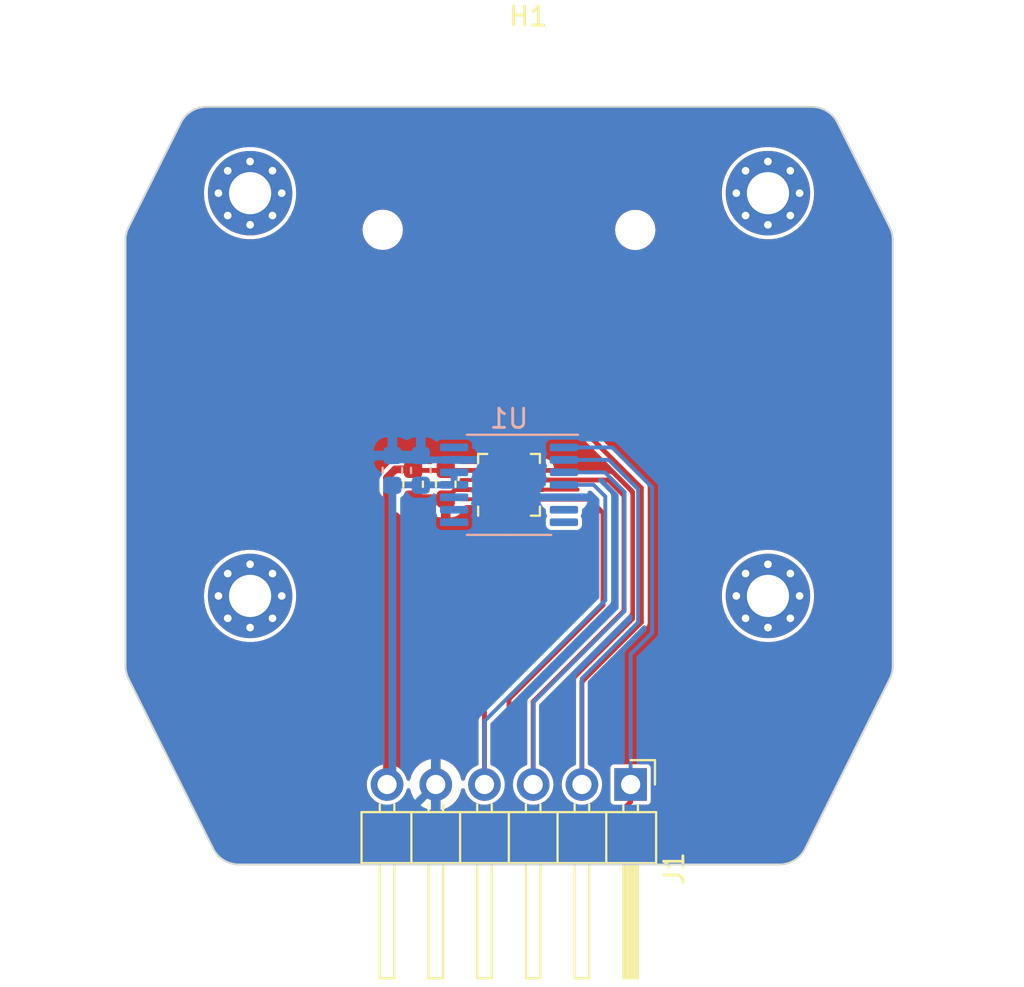
<source format=kicad_pcb>
(kicad_pcb (version 20221018) (generator pcbnew)
  (layers (0 "F.Cu" signal) (31 "B.Cu" signal) (34 "B.Paste" user) (35 "F.Paste" user) (36 "B.SilkS" user "B.Silkscreen") (37 "F.SilkS" user "F.Silkscreen") (38 "B.Mask" user) (39 "F.Mask" user) (44 "Edge.Cuts" user))
  (net 0 "")
  (net 1 "+3V3")
  (net 2 "GND")
  (net 3 "/CHASSIS")
  (net 10 "/MOSI")
  (net 11 "/MISO")
  (net 12 "/CLK")
  (net 13 "/nCS")
  (net 14 "unconnected-(U2-A-Pad2)")
  (net 15 "unconnected-(U2-Z-Pad3)")
  (net 16 "unconnected-(U2-B-Pad6)")
  (net 17 "unconnected-(U2-PWM-Pad9)")
  (net 18 "unconnected-(U2-MGL-Pad11)")
  (net 19 "unconnected-(U2-NC-Pad14)")
  (net 20 "unconnected-(U2-MGH-Pad16)")
  (net 21 "unconnected-(U2-SSD-Pad1)")
  (footprint "rev-7-footprints:board-def-rev7.3" (layer "F.Cu") (at 100 100)
    (fp_text reference "H1" (at 1 -19.5 unlocked) (layer "F.SilkS"))
    (fp_text value "MountingHole_Pad")
    (fp_line (start -19.992635 14.384011) (end -19.992633 -7.822813) (stroke (width 0.1)) (layer "Edge.Cuts"))
    (fp_line (start -19.835295 15.03887) (end -15.424491 23.891977) (stroke (width 0.1)) (layer "Edge.Cuts"))
    (fp_line (start -19.834268 -8.493638) (end -17.107215 -13.947739) (stroke (width 0.1)) (layer "Edge.Cuts"))
    (fp_line (start 14.096624 24.723071) (end -14.081896 24.723068) (stroke (width 0.1)) (layer "Edge.Cuts"))
    (fp_line (start 15.780323 -14.776917) (end -15.765575 -14.776917) (stroke (width 0.1)) (layer "Edge.Cuts"))
    (fp_line (start 19.849001 -8.493635) (end 17.121949 -13.947736) (stroke (width 0.1)) (layer "Edge.Cuts"))
    (fp_line (start 19.850025 15.038873) (end 15.439218 23.89198) (stroke (width 0.1)) (layer "Edge.Cuts"))
    (fp_line (start 20.007364 14.384014) (end 20.007366 -7.822779) (stroke (width 0.1)) (layer "Edge.Cuts"))
    (fp_arc (start -19.992633 -7.822813) (mid -19.952509 -8.167446) (end -19.834268 -8.493638) (stroke (width 0.1)) (layer "Edge.Cuts"))
    (fp_arc (start -19.835295 15.03887) (mid -19.951189 14.720384) (end -19.992635 14.384011) (stroke (width 0.1)) (layer "Edge.Cuts"))
    (fp_arc (start -17.107215 -13.947739) (mid -16.554183 -14.552913) (end -15.765575 -14.776917) (stroke (width 0.1)) (layer "Edge.Cuts"))
    (fp_arc (start -14.081896 24.723068) (mid -14.871403 24.498486) (end -15.424491 23.891977) (stroke (width 0.1)) (layer "Edge.Cuts"))
    (fp_arc (start 15.439218 23.89198) (mid 14.886125 24.498478) (end 14.096624 24.723071) (stroke (width 0.1)) (layer "Edge.Cuts"))
    (fp_arc (start 15.780309 -14.776914) (mid 16.568918 -14.552897) (end 17.121949 -13.947736) (stroke (width 0.1)) (layer "Edge.Cuts"))
    (fp_arc (start 19.849001 -8.493635) (mid 19.967236 -8.167426) (end 20.007366 -7.822779) (stroke (width 0.1)) (layer "Edge.Cuts"))
    (fp_arc (start 20.007364 14.384014) (mid 19.965932 14.720391) (end 19.850025 15.038873) (stroke (width 0.1)) (layer "Edge.Cuts"))
    (pad "" np_thru_hole circle (at -6.584992 -8.367303) (size 1.6 1.6) (drill 1.6) (layers "F&B.Cu" "*.Mask"))
    (pad "" np_thru_hole circle (at 6.582652 -8.359271) (size 1.6 1.6) (drill 1.6) (layers "F&B.Cu" "*.Mask"))
    (pad "1" thru_hole circle (at -15.15 -10.276921) (size 0.7 0.7) (drill 0.4) (layers "*.Cu" "*.Mask") (net 3 "/CHASSIS"))
    (pad "1" thru_hole circle (at -15.15 10.723079) (size 0.7 0.7) (drill 0.4) (layers "*.Cu" "*.Mask") (net 3 "/CHASSIS"))
    (pad "1" thru_hole circle (at -14.666726 -11.443647) (size 0.7 0.7) (drill 0.4) (layers "*.Cu" "*.Mask") (net 3 "/CHASSIS"))
    (pad "1" thru_hole circle (at -14.666726 -9.110195) (size 0.7 0.7) (drill 0.4) (layers "*.Cu" "*.Mask") (net 3 "/CHASSIS"))
    (pad "1" thru_hole circle (at -14.666726 9.556353) (size 0.7 0.7) (drill 0.4) (layers "*.Cu" "*.Mask") (net 3 "/CHASSIS"))
    (pad "1" thru_hole circle (at -14.666726 11.889805) (size 0.7 0.7) (drill 0.4) (layers "*.Cu" "*.Mask") (net 3 "/CHASSIS"))
    (pad "1" thru_hole circle (at -13.5 -11.926921) (size 0.7 0.7) (drill 0.4) (layers "*.Cu" "*.Mask") (net 3 "/CHASSIS"))
    (pad "1" thru_hole circle (at -13.5 -10.276921) (size 4.4 4.4) (drill 2.2) (layers "*.Cu" "*.Mask") (net 3 "/CHASSIS"))
    (pad "1" thru_hole circle (at -13.5 -8.626921) (size 0.7 0.7) (drill 0.4) (layers "*.Cu" "*.Mask") (net 3 "/CHASSIS"))
    (pad "1" thru_hole circle (at -13.5 9.073079) (size 0.7 0.7) (drill 0.4) (layers "*.Cu" "*.Mask") (net 3 "/CHASSIS"))
    (pad "1" thru_hole circle (at -13.5 10.723079) (size 4.4 4.4) (drill 2.2) (layers "*.Cu" "*.Mask") (net 3 "/CHASSIS"))
    (pad "1" thru_hole circle (at -13.5 12.373079) (size 0.7 0.7) (drill 0.4) (layers "*.Cu" "*.Mask") (net 3 "/CHASSIS"))
    (pad "1" thru_hole circle (at -12.333274 -11.443647) (size 0.7 0.7) (drill 0.4) (layers "*.Cu" "*.Mask") (net 3 "/CHASSIS"))
    (pad "1" thru_hole circle (at -12.333274 -9.110195) (size 0.7 0.7) (drill 0.4) (layers "*.Cu" "*.Mask") (net 3 "/CHASSIS"))
    (pad "1" thru_hole circle (at -12.333274 9.556353) (size 0.7 0.7) (drill 0.4) (layers "*.Cu" "*.Mask") (net 3 "/CHASSIS"))
    (pad "1" thru_hole circle (at -12.333274 11.889805) (size 0.7 0.7) (drill 0.4) (layers "*.Cu" "*.Mask") (net 3 "/CHASSIS"))
    (pad "1" thru_hole circle (at -11.85 -10.276921) (size 0.7 0.7) (drill 0.4) (layers "*.Cu" "*.Mask") (net 3 "/CHASSIS"))
    (pad "1" thru_hole circle (at -11.85 10.723079) (size 0.7 0.7) (drill 0.4) (layers "*.Cu" "*.Mask") (net 3 "/CHASSIS"))
    (pad "1" thru_hole circle (at 11.85 -10.276921) (size 0.7 0.7) (drill 0.4) (layers "*.Cu" "*.Mask") (net 3 "/CHASSIS"))
    (pad "1" thru_hole circle (at 11.85 10.723079) (size 0.7 0.7) (drill 0.4) (layers "*.Cu" "*.Mask") (net 3 "/CHASSIS"))
    (pad "1" thru_hole circle (at 12.333274 -11.443647) (size 0.7 0.7) (drill 0.4) (layers "*.Cu" "*.Mask") (net 3 "/CHASSIS"))
    (pad "1" thru_hole circle (at 12.333274 -9.110195) (size 0.7 0.7) (drill 0.4) (layers "*.Cu" "*.Mask") (net 3 "/CHASSIS"))
    (pad "1" thru_hole circle (at 12.333274 9.556353) (size 0.7 0.7) (drill 0.4) (layers "*.Cu" "*.Mask") (net 3 "/CHASSIS"))
    (pad "1" thru_hole circle (at 12.333274 11.889805) (size 0.7 0.7) (drill 0.4) (layers "*.Cu" "*.Mask") (net 3 "/CHASSIS"))
    (pad "1" thru_hole circle (at 13.5 -11.926921) (size 0.7 0.7) (drill 0.4) (layers "*.Cu" "*.Mask") (net 3 "/CHASSIS"))
    (pad "1" thru_hole circle (at 13.5 -10.276921) (size 4.4 4.4) (drill 2.2) (layers "*.Cu" "*.Mask") (net 3 "/CHASSIS"))
    (pad "1" thru_hole circle (at 13.5 -8.626921) (size 0.7 0.7) (drill 0.4) (layers "*.Cu" "*.Mask") (net 3 "/CHASSIS"))
    (pad "1" thru_hole circle (at 13.5 9.073079) (size 0.7 0.7) (drill 0.4) (layers "*.Cu" "*.Mask") (net 3 "/CHASSIS"))
    (pad "1" thru_hole circle (at 13.5 10.723079) (size 4.4 4.4) (drill 2.2) (layers "*.Cu" "*.Mask") (net 3 "/CHASSIS"))
    (pad "1" thru_hole circle (at 13.5 12.373079) (size 0.7 0.7) (drill 0.4) (layers "*.Cu" "*.Mask") (net 3 "/CHASSIS"))
    (pad "1" thru_hole circle (at 14.666726 -11.443647) (size 0.7 0.7) (drill 0.4) (layers "*.Cu" "*.Mask") (net 3 "/CHASSIS"))
    (pad "1" thru_hole circle (at 14.666726 -9.110195) (size 0.7 0.7) (drill 0.4) (layers "*.Cu" "*.Mask") (net 3 "/CHASSIS"))
    (pad "1" thru_hole circle (at 14.666726 9.556353) (size 0.7 0.7) (drill 0.4) (layers "*.Cu" "*.Mask") (net 3 "/CHASSIS"))
    (pad "1" thru_hole circle (at 14.666726 11.889805) (size 0.7 0.7) (drill 0.4) (layers "*.Cu" "*.Mask") (net 3 "/CHASSIS"))
    (pad "1" thru_hole circle (at 15.15 -10.276921) (size 0.7 0.7) (drill 0.4) (layers "*.Cu" "*.Mask") (net 3 "/CHASSIS"))
    (pad "1" thru_hole circle (at 15.15 10.723079) (size 0.7 0.7) (drill 0.4) (layers "*.Cu" "*.Mask") (net 3 "/CHASSIS"))
  )
  (footprint "Package_DFN_QFN:QFN-16-1EP_3x3mm_P0.5mm_EP1.75x1.75mm" (layer "F.Cu") (at 100 104.93 90)
    (fp_text reference "U2" hide)
    (fp_text value "MA730")
    (fp_line (start -1.61 1.61) (end -1.61 1.135) (stroke (width 0.12)) (layer "F.SilkS"))
    (fp_line (start -1.135 -1.61) (end -1.61 -1.61) (stroke (width 0.12)) (layer "F.SilkS"))
    (fp_line (start -1.135 1.61) (end -1.61 1.61) (stroke (width 0.12)) (layer "F.SilkS"))
    (fp_line (start 1.135 -1.61) (end 1.61 -1.61) (stroke (width 0.12)) (layer "F.SilkS"))
    (fp_line (start 1.135 1.61) (end 1.61 1.61) (stroke (width 0.12)) (layer "F.SilkS"))
    (fp_line (start 1.61 -1.61) (end 1.61 -1.135) (stroke (width 0.12)) (layer "F.SilkS"))
    (fp_line (start 1.61 1.61) (end 1.61 1.135) (stroke (width 0.12)) (layer "F.SilkS"))
    (pad "1" smd roundrect (at -1.4625 -0.75 90) (size 0.775 0.25) (layers "F.Cu" "F.Paste" "F.Mask") (net 21 "unconnected-(U2-SSD-Pad1)"))
    (pad "2" smd roundrect (at -1.4625 -0.25 90) (size 0.775 0.25) (layers "F.Cu" "F.Paste" "F.Mask") (net 14 "unconnected-(U2-A-Pad2)"))
    (pad "3" smd roundrect (at -1.4625 0.25 90) (size 0.775 0.25) (layers "F.Cu" "F.Paste" "F.Mask") (net 15 "unconnected-(U2-Z-Pad3)"))
    (pad "4" smd roundrect (at -1.4625 0.75 90) (size 0.775 0.25) (layers "F.Cu" "F.Paste" "F.Mask") (net 10 "/MOSI"))
    (pad "5" smd roundrect (at -0.75 1.4625 90) (size 0.25 0.775) (layers "F.Cu" "F.Paste" "F.Mask") (net 13 "/nCS"))
    (pad "6" smd roundrect (at -0.25 1.4625 90) (size 0.25 0.775) (layers "F.Cu" "F.Paste" "F.Mask") (net 16 "unconnected-(U2-B-Pad6)"))
    (pad "7" smd roundrect (at 0.25 1.4625 90) (size 0.25 0.775) (layers "F.Cu" "F.Paste" "F.Mask") (net 11 "/MISO"))
    (pad "8" smd roundrect (at 0.75 1.4625 90) (size 0.25 0.775) (layers "F.Cu" "F.Paste" "F.Mask") (net 2 "GND"))
    (pad "9" smd roundrect (at 1.4625 0.75 90) (size 0.775 0.25) (layers "F.Cu" "F.Paste" "F.Mask") (net 17 "unconnected-(U2-PWM-Pad9)"))
    (pad "10" smd roundrect (at 1.4625 0.25 90) (size 0.775 0.25) (layers "F.Cu" "F.Paste" "F.Mask") (net 2 "GND"))
    (pad "11" smd roundrect (at 1.4625 -0.25 90) (size 0.775 0.25) (layers "F.Cu" "F.Paste" "F.Mask") (net 18 "unconnected-(U2-MGL-Pad11)"))
    (pad "12" smd roundrect (at 1.4625 -0.75 90) (size 0.775 0.25) (layers "F.Cu" "F.Paste" "F.Mask") (net 12 "/CLK"))
    (pad "13" smd roundrect (at 0.75 -1.4625 90) (size 0.25 0.775) (layers "F.Cu" "F.Paste" "F.Mask") (net 1 "+3V3"))
    (pad "14" smd roundrect (at 0.25 -1.4625 90) (size 0.25 0.775) (layers "F.Cu" "F.Paste" "F.Mask") (net 19 "unconnected-(U2-NC-Pad14)"))
    (pad "15" smd roundrect (at -0.25 -1.4625 90) (size 0.25 0.775) (layers "F.Cu" "F.Paste" "F.Mask") (net 2 "GND"))
    (pad "16" smd roundrect (at -0.75 -1.4625 90) (size 0.25 0.775) (layers "F.Cu" "F.Paste" "F.Mask") (net 20 "unconnected-(U2-MGH-Pad16)"))
    (pad "17" smd rect (at 0 0 90) (size 1.65 1.65) (layers "F.Cu" "F.Mask") (net 2 "GND"))
  )
  (footprint "Capacitor_SMD:C_0603_1608Metric" (layer "F.Cu") (at 96.7 104.9 -90)
    (fp_text reference "C4" hide)
    (fp_text value "100n")
    (fp_line (start -0.14058 -0.51) (end 0.14058 -0.51) (stroke (width 0.12)) (layer "F.SilkS"))
    (fp_line (start -0.14058 0.51) (end 0.14058 0.51) (stroke (width 0.12)) (layer "F.SilkS"))
    (pad "1" smd roundrect (at -0.775 0 270) (size 0.9 0.95) (layers "F.Cu" "F.Paste" "F.Mask") (net 1 "+3V3"))
    (pad "2" smd roundrect (at 0.775 0 270) (size 0.9 0.95) (layers "F.Cu" "F.Paste" "F.Mask") (net 2 "GND"))
  )
  (footprint "Connector_PinHeader_2.54mm:PinHeader_1x06_P2.54mm_Horizontal" (layer "F.Cu") (at 106.34 120.555 -90)
    (fp_text reference "J1" (at 4.385 -2.27 90) (layer "F.SilkS"))
    (fp_text value "Conn_01x08")
    (fp_line (start -1.27 -1.27) (end 0 -1.27) (stroke (width 0.12)) (layer "F.SilkS"))
    (fp_line (start -1.27 0) (end -1.27 -1.27) (stroke (width 0.12)) (layer "F.SilkS"))
    (fp_line (start 1.042929 2.16) (end 1.44 2.16) (stroke (width 0.12)) (layer "F.SilkS"))
    (fp_line (start 1.042929 2.92) (end 1.44 2.92) (stroke (width 0.12)) (layer "F.SilkS"))
    (fp_line (start 1.042929 4.7) (end 1.44 4.7) (stroke (width 0.12)) (layer "F.SilkS"))
    (fp_line (start 1.042929 5.46) (end 1.44 5.46) (stroke (width 0.12)) (layer "F.SilkS"))
    (fp_line (start 1.042929 7.24) (end 1.44 7.24) (stroke (width 0.12)) (layer "F.SilkS"))
    (fp_line (start 1.042929 8) (end 1.44 8) (stroke (width 0.12)) (layer "F.SilkS"))
    (fp_line (start 1.042929 9.78) (end 1.44 9.78) (stroke (width 0.12)) (layer "F.SilkS"))
    (fp_line (start 1.042929 10.54) (end 1.44 10.54) (stroke (width 0.12)) (layer "F.SilkS"))
    (fp_line (start 1.042929 12.32) (end 1.44 12.32) (stroke (width 0.12)) (layer "F.SilkS"))
    (fp_line (start 1.042929 13.08) (end 1.44 13.08) (stroke (width 0.12)) (layer "F.SilkS"))
    (fp_line (start 1.11 -0.38) (end 1.44 -0.38) (stroke (width 0.12)) (layer "F.SilkS"))
    (fp_line (start 1.11 0.38) (end 1.44 0.38) (stroke (width 0.12)) (layer "F.SilkS"))
    (fp_line (start 1.44 -1.33) (end 1.44 14.03) (stroke (width 0.12)) (layer "F.SilkS"))
    (fp_line (start 1.44 1.27) (end 4.1 1.27) (stroke (width 0.12)) (layer "F.SilkS"))
    (fp_line (start 1.44 3.81) (end 4.1 3.81) (stroke (width 0.12)) (layer "F.SilkS"))
    (fp_line (start 1.44 6.35) (end 4.1 6.35) (stroke (width 0.12)) (layer "F.SilkS"))
    (fp_line (start 1.44 8.89) (end 4.1 8.89) (stroke (width 0.12)) (layer "F.SilkS"))
    (fp_line (start 1.44 11.43) (end 4.1 11.43) (stroke (width 0.12)) (layer "F.SilkS"))
    (fp_line (start 1.44 14.03) (end 4.1 14.03) (stroke (width 0.12)) (layer "F.SilkS"))
    (fp_line (start 4.1 -1.33) (end 1.44 -1.33) (stroke (width 0.12)) (layer "F.SilkS"))
    (fp_line (start 4.1 -0.38) (end 10.1 -0.38) (stroke (width 0.12)) (layer "F.SilkS"))
    (fp_line (start 4.1 -0.32) (end 10.1 -0.32) (stroke (width 0.12)) (layer "F.SilkS"))
    (fp_line (start 4.1 -0.2) (end 10.1 -0.2) (stroke (width 0.12)) (layer "F.SilkS"))
    (fp_line (start 4.1 -0.08) (end 10.1 -0.08) (stroke (width 0.12)) (layer "F.SilkS"))
    (fp_line (start 4.1 0.04) (end 10.1 0.04) (stroke (width 0.12)) (layer "F.SilkS"))
    (fp_line (start 4.1 0.16) (end 10.1 0.16) (stroke (width 0.12)) (layer "F.SilkS"))
    (fp_line (start 4.1 0.28) (end 10.1 0.28) (stroke (width 0.12)) (layer "F.SilkS"))
    (fp_line (start 4.1 2.16) (end 10.1 2.16) (stroke (width 0.12)) (layer "F.SilkS"))
    (fp_line (start 4.1 4.7) (end 10.1 4.7) (stroke (width 0.12)) (layer "F.SilkS"))
    (fp_line (start 4.1 7.24) (end 10.1 7.24) (stroke (width 0.12)) (layer "F.SilkS"))
    (fp_line (start 4.1 9.78) (end 10.1 9.78) (stroke (width 0.12)) (layer "F.SilkS"))
    (fp_line (start 4.1 12.32) (end 10.1 12.32) (stroke (width 0.12)) (layer "F.SilkS"))
    (fp_line (start 4.1 14.03) (end 4.1 -1.33) (stroke (width 0.12)) (layer "F.SilkS"))
    (fp_line (start 10.1 -0.38) (end 10.1 0.38) (stroke (width 0.12)) (layer "F.SilkS"))
    (fp_line (start 10.1 0.38) (end 4.1 0.38) (stroke (width 0.12)) (layer "F.SilkS"))
    (fp_line (start 10.1 2.16) (end 10.1 2.92) (stroke (width 0.12)) (layer "F.SilkS"))
    (fp_line (start 10.1 2.92) (end 4.1 2.92) (stroke (width 0.12)) (layer "F.SilkS"))
    (fp_line (start 10.1 4.7) (end 10.1 5.46) (stroke (width 0.12)) (layer "F.SilkS"))
    (fp_line (start 10.1 5.46) (end 4.1 5.46) (stroke (width 0.12)) (layer "F.SilkS"))
    (fp_line (start 10.1 7.24) (end 10.1 8) (stroke (width 0.12)) (layer "F.SilkS"))
    (fp_line (start 10.1 8) (end 4.1 8) (stroke (width 0.12)) (layer "F.SilkS"))
    (fp_line (start 10.1 9.78) (end 10.1 10.54) (stroke (width 0.12)) (layer "F.SilkS"))
    (fp_line (start 10.1 10.54) (end 4.1 10.54) (stroke (width 0.12)) (layer "F.SilkS"))
    (fp_line (start 10.1 12.32) (end 10.1 13.08) (stroke (width 0.12)) (layer "F.SilkS"))
    (fp_line (start 10.1 13.08) (end 4.1 13.08) (stroke (width 0.12)) (layer "F.SilkS"))
    (pad "1" thru_hole rect (at 0 0 270) (size 1.7 1.7) (drill 1) (layers "*.Cu" "*.Mask") (net 13 "/nCS"))
    (pad "2" thru_hole oval (at 0 2.54 270) (size 1.7 1.7) (drill 1) (layers "*.Cu" "*.Mask") (net 12 "/CLK"))
    (pad "3" thru_hole oval (at 0 5.08 270) (size 1.7 1.7) (drill 1) (layers "*.Cu" "*.Mask") (net 11 "/MISO"))
    (pad "4" thru_hole oval (at 0 7.62 270) (size 1.7 1.7) (drill 1) (layers "*.Cu" "*.Mask") (net 10 "/MOSI"))
    (pad "5" thru_hole oval (at 0 10.16 270) (size 1.7 1.7) (drill 1) (layers "*.Cu" "*.Mask") (net 2 "GND"))
    (pad "6" thru_hole oval (at 0 12.7 270) (size 1.7 1.7) (drill 1) (layers "*.Cu" "*.Mask") (net 1 "+3V3"))
  )
  (footprint "Capacitor_SMD:C_0603_1608Metric" (layer "F.Cu") (at 95 104.9 -90)
    (fp_text reference "C3" hide)
    (fp_text value "4.7u")
    (fp_line (start -0.14058 -0.51) (end 0.14058 -0.51) (stroke (width 0.12)) (layer "F.SilkS"))
    (fp_line (start -0.14058 0.51) (end 0.14058 0.51) (stroke (width 0.12)) (layer "F.SilkS"))
    (pad "1" smd roundrect (at -0.775 0 270) (size 0.9 0.95) (layers "F.Cu" "F.Paste" "F.Mask") (net 1 "+3V3"))
    (pad "2" smd roundrect (at 0.775 0 270) (size 0.9 0.95) (layers "F.Cu" "F.Paste" "F.Mask") (net 2 "GND"))
  )
  (footprint "Capacitor_SMD:C_0603_1608Metric" (layer "B.Cu") (at 93.92 104.18 90)
    (fp_text reference "C2" hide)
    (fp_text value "4.7u")
    (fp_line (start -0.14058 -0.51) (end 0.14058 -0.51) (stroke (width 0.12)) (layer "B.SilkS"))
    (fp_line (start -0.14058 0.51) (end 0.14058 0.51) (stroke (width 0.12)) (layer "B.SilkS"))
    (pad "1" smd roundrect (at -0.775 0 90) (size 0.9 0.95) (layers "B.Cu" "B.Paste" "B.Mask") (net 1 "+3V3"))
    (pad "2" smd roundrect (at 0.775 0 90) (size 0.9 0.95) (layers "B.Cu" "B.Paste" "B.Mask") (net 2 "GND"))
  )
  (footprint "Capacitor_SMD:C_0603_1608Metric" (layer "B.Cu") (at 95.4 104.18 90)
    (fp_text reference "C1" hide)
    (fp_text value "100n")
    (fp_line (start -0.14058 -0.51) (end 0.14058 -0.51) (stroke (width 0.12)) (layer "B.SilkS"))
    (fp_line (start -0.14058 0.51) (end 0.14058 0.51) (stroke (width 0.12)) (layer "B.SilkS"))
    (pad "1" smd roundrect (at -0.775 0 90) (size 0.9 0.95) (layers "B.Cu" "B.Paste" "B.Mask") (net 1 "+3V3"))
    (pad "2" smd roundrect (at 0.775 0 90) (size 0.9 0.95) (layers "B.Cu" "B.Paste" "B.Mask") (net 2 "GND"))
  )
  (footprint "Package_SO:TSSOP-14_4.4x5mm_P0.65mm" (layer "B.Cu") (at 100 104.93 180)
    (fp_text reference "U1" (at 0 3.45) (layer "B.SilkS") (effects (justify mirror)))
    (fp_text value "AS5047P")
    (fp_line (start 0 -2.61) (end -2.2 -2.61) (stroke (width 0.12)) (layer "B.SilkS"))
    (fp_line (start 0 -2.61) (end 2.2 -2.61) (stroke (width 0.12)) (layer "B.SilkS"))
    (fp_line (start 0 2.61) (end -3.6 2.61) (stroke (width 0.12)) (layer "B.SilkS"))
    (fp_line (start 0 2.61) (end 2.2 2.61) (stroke (width 0.12)) (layer "B.SilkS"))
    (pad "1" smd roundrect (at -2.8625 1.95 180) (size 1.475 0.4) (layers "B.Cu" "B.Paste" "B.Mask") (net 13 "/nCS"))
    (pad "2" smd roundrect (at -2.8625 1.3 180) (size 1.475 0.4) (layers "B.Cu" "B.Paste" "B.Mask") (net 12 "/CLK"))
    (pad "3" smd roundrect (at -2.8625 0.65 180) (size 1.475 0.4) (layers "B.Cu" "B.Paste" "B.Mask") (net 11 "/MISO"))
    (pad "4" smd roundrect (at -2.8625 0 180) (size 1.475 0.4) (layers "B.Cu" "B.Paste" "B.Mask") (net 10 "/MOSI"))
    (pad "5" smd roundrect (at -2.8625 -0.65 180) (size 1.475 0.4) (layers "B.Cu" "B.Paste" "B.Mask") (net 2 "GND"))
    (pad "6" smd roundrect (at -2.8625 -1.3 180) (size 1.475 0.4) (layers "B.Cu" "B.Paste" "B.Mask"))
    (pad "7" smd roundrect (at -2.8625 -1.95 180) (size 1.475 0.4) (layers "B.Cu" "B.Paste" "B.Mask"))
    (pad "8" smd roundrect (at 2.8625 -1.95 180) (size 1.475 0.4) (layers "B.Cu" "B.Paste" "B.Mask"))
    (pad "9" smd roundrect (at 2.8625 -1.3 180) (size 1.475 0.4) (layers "B.Cu" "B.Paste" "B.Mask"))
    (pad "10" smd roundrect (at 2.8625 -0.65 180) (size 1.475 0.4) (layers "B.Cu" "B.Paste" "B.Mask"))
    (pad "11" smd roundrect (at 2.8625 0 180) (size 1.475 0.4) (layers "B.Cu" "B.Paste" "B.Mask") (net 1 "+3V3"))
    (pad "12" smd roundrect (at 2.8625 0.65 180) (size 1.475 0.4) (layers "B.Cu" "B.Paste" "B.Mask") (net 1 "+3V3"))
    (pad "13" smd roundrect (at 2.8625 1.3 180) (size 1.475 0.4) (layers "B.Cu" "B.Paste" "B.Mask") (net 2 "GND"))
    (pad "14" smd roundrect (at 2.8625 1.95 180) (size 1.475 0.4) (layers "B.Cu" "B.Paste" "B.Mask"))
  )
  (segment (start 93.64 104.56) (end 94.075 104.125) (width 0.4064) (layer "F.Cu") (net 1))
  (segment (start 98.5375 104.18) (end 95.055 104.18) (width 0.254) (layer "F.Cu") (net 1))
  (segment (start 95.055 104.18) (end 95 104.125) (width 0.254) (layer "F.Cu") (net 1))
  (segment (start 94.075 104.125) (end 95 104.125) (width 0.4064) (layer "F.Cu") (net 1))
  (segment (start 93.64 120.555) (end 93.64 104.56) (width 0.4064) (layer "F.Cu") (net 1))
  (segment (start 93.92 120.275) (end 93.64 120.555) (width 0.4064) (layer "B.Cu") (net 1))
  (segment (start 97.1125 104.955) (end 97.1375 104.93) (width 0.25) (layer "B.Cu") (net 1))
  (segment (start 93.92 104.955) (end 93.92 120.275) (width 0.4064) (layer "B.Cu") (net 1))
  (segment (start 97.1375 104.93) (end 93.945 104.93) (width 0.3556) (layer "B.Cu") (net 1))
  (segment (start 97.1375 104.28) (end 97.1375 104.93) (width 0.3556) (layer "B.Cu") (net 1))
  (segment (start 93.945 104.93) (end 93.92 104.955) (width 0.3556) (layer "B.Cu") (net 1))
  (segment (start 96.7 105.675) (end 95 105.675) (width 0.254) (layer "F.Cu") (net 2))
  (segment (start 100.25 103.4675) (end 100.25 104.68) (width 0.254) (layer "F.Cu") (net 2))
  (segment (start 98.5375 105.18) (end 97.195 105.18) (width 0.254) (layer "F.Cu") (net 2))
  (segment (start 99.75 105.18) (end 100 104.93) (width 0.254) (layer "F.Cu") (net 2))
  (segment (start 97.195 105.18) (end 96.7 105.675) (width 0.254) (layer "F.Cu") (net 2))
  (segment (start 100.850475 104.218738) (end 100.269638 104.93) (width 0.254) (layer "F.Cu") (net 2))
  (segment (start 101.4625 104.18) (end 100.850475 104.218738) (width 0.254) (layer "F.Cu") (net 2))
  (segment (start 100.269638 104.93) (end 100 104.93) (width 0.254) (layer "F.Cu") (net 2))
  (segment (start 101.4625 104.18) (end 102.78 104.18) (width 0.2032) (layer "F.Cu") (net 2))
  (segment (start 100.25 103.4675) (end 100.25 102.1) (width 0.2032) (layer "F.Cu") (net 2))
  (segment (start 98.5375 105.18) (end 99.75 105.18) (width 0.254) (layer "F.Cu") (net 2))
  (segment (start 100.25 104.68) (end 100 104.93) (width 0.254) (layer "F.Cu") (net 2))
  (segment (start 104.12 105.58) (end 104.33 105.79) (width 0.2032) (layer "B.Cu") (net 2))
  (segment (start 104.33 105.79) (end 104.33 109.81) (width 0.2032) (layer "B.Cu") (net 2))
  (segment (start 92.07 104.36) (end 93.025 103.405) (width 0.4064) (layer "B.Cu") (net 2))
  (segment (start 92.07 121.07) (end 92.07 104.36) (width 0.4064) (layer "B.Cu") (net 2))
  (segment (start 94.735 122) (end 93 122) (width 0.4064) (layer "B.Cu") (net 2))
  (segment (start 94.145 103.63) (end 93.92 103.405) (width 0.3556) (layer "B.Cu") (net 2))
  (segment (start 96.18 120.555) (end 94.735 122) (width 0.4064) (layer "B.Cu") (net 2))
  (segment (start 93 122) (end 92.07 121.07) (width 0.4064) (layer "B.Cu") (net 2))
  (segment (start 102.8625 105.58) (end 104.12 105.58) (width 0.2032) (layer "B.Cu") (net 2))
  (segment (start 97.1375 103.63) (end 94.145 103.63) (width 0.3556) (layer "B.Cu") (net 2))
  (segment (start 96.18 117.96) (end 96.18 120.555) (width 0.2032) (layer "B.Cu") (net 2))
  (segment (start 104.33 109.81) (end 96.18 117.96) (width 0.2032) (layer "B.Cu") (net 2))
  (segment (start 93.025 103.405) (end 93.92 103.405) (width 0.4064) (layer "B.Cu") (net 2))
  (segment (start 100.75 106.3925) (end 100.75 114.45) (width 0.254) (layer "F.Cu") (net 10))
  (segment (start 98.72 116.48) (end 98.72 120.555) (width 0.254) (layer "F.Cu") (net 10))
  (segment (start 100.75 114.45) (end 98.72 116.48) (width 0.254) (layer "F.Cu") (net 10))
  (segment (start 105.02 105.54) (end 105.02 110.95) (width 0.2032) (layer "B.Cu") (net 10))
  (segment (start 104.41 104.93) (end 105.02 105.54) (width 0.2032) (layer "B.Cu") (net 10))
  (segment (start 105.02 110.95) (end 98.72 117.25) (width 0.2032) (layer "B.Cu") (net 10))
  (segment (start 102.8625 104.93) (end 104.41 104.93) (width 0.2032) (layer "B.Cu") (net 10))
  (segment (start 98.72 117.25) (end 98.72 120.555) (width 0.2032) (layer "B.Cu") (net 10))
  (segment (start 101.26 116.24) (end 101.26 120.555) (width 0.254) (layer "F.Cu") (net 11))
  (segment (start 101.4625 104.68) (end 105.18 104.68) (width 0.254) (layer "F.Cu") (net 11))
  (segment (start 106 111.5) (end 101.26 116.24) (width 0.254) (layer "F.Cu") (net 11))
  (segment (start 105.18 104.68) (end 106 105.5) (width 0.254) (layer "F.Cu") (net 11))
  (segment (start 106 105.5) (end 106 111.5) (width 0.254) (layer "F.Cu") (net 11))
  (segment (start 106.02 111.51) (end 101.26 116.27) (width 0.2032) (layer "B.Cu") (net 11))
  (segment (start 101.26 116.27) (end 101.26 120.555) (width 0.2032) (layer "B.Cu") (net 11))
  (segment (start 106.02 105.3) (end 106.02 111.51) (width 0.2032) (layer "B.Cu") (net 11))
  (segment (start 105 104.28) (end 106.02 105.3) (width 0.2032) (layer "B.Cu") (net 11))
  (segment (start 102.8625 104.28) (end 105 104.28) (width 0.2032) (layer "B.Cu") (net 11))
  (segment (start 106.9 105.1) (end 106.9 112.1) (width 0.254) (layer "F.Cu") (net 12))
  (segment (start 99.25 101.95) (end 99.6 101.6) (width 0.254) (layer "F.Cu") (net 12))
  (segment (start 99.25 103.4675) (end 99.25 101.95) (width 0.254) (layer "F.Cu") (net 12))
  (segment (start 103.4 101.6) (end 106.9 105.1) (width 0.254) (layer "F.Cu") (net 12))
  (segment (start 106.9 112.1) (end 103.8 115.2) (width 0.254) (layer "F.Cu") (net 12))
  (segment (start 103.8 115.2) (end 103.8 120.555) (width 0.254) (layer "F.Cu") (net 12))
  (segment (start 99.6 101.6) (end 103.4 101.6) (width 0.254) (layer "F.Cu") (net 12))
  (segment (start 103.8 115.03) (end 103.8 120.555) (width 0.2032) (layer "B.Cu") (net 12))
  (segment (start 106.73 105.16) (end 106.73 112.1) (width 0.2032) (layer "B.Cu") (net 12))
  (segment (start 102.8625 103.63) (end 105.2 103.63) (width 0.2032) (layer "B.Cu") (net 12))
  (segment (start 106.73 112.1) (end 103.8 115.03) (width 0.2032) (layer "B.Cu") (net 12))
  (segment (start 105.2 103.63) (end 106.73 105.16) (width 0.2032) (layer "B.Cu") (net 12))
  (segment (start 104.9 111.2) (end 100 116.1) (width 0.254) (layer "F.Cu") (net 13))
  (segment (start 100 116.1) (end 100 121.6) (width 0.254) (layer "F.Cu") (net 13))
  (segment (start 104.9 106.4) (end 104.9 111.2) (width 0.254) (layer "F.Cu") (net 13))
  (segment (start 100 121.6) (end 100.9 122.5) (width 0.254) (layer "F.Cu") (net 13))
  (segment (start 105.3 122.5) (end 106.34 121.46) (width 0.254) (layer "F.Cu") (net 13))
  (segment (start 104.18 105.68) (end 104.9 106.4) (width 0.254) (layer "F.Cu") (net 13))
  (segment (start 100.9 122.5) (end 105.3 122.5) (width 0.254) (layer "F.Cu") (net 13))
  (segment (start 101.4625 105.68) (end 104.18 105.68) (width 0.254) (layer "F.Cu") (net 13))
  (segment (start 106.34 121.46) (end 106.34 120.555) (width 0.254) (layer "F.Cu") (net 13))
  (segment (start 102.8625 102.98) (end 105.38 102.98) (width 0.2032) (layer "B.Cu") (net 13))
  (segment (start 105.38 102.98) (end 107.46 105.06) (width 0.2032) (layer "B.Cu") (net 13))
  (segment (start 107.46 112.65) (end 106.34 113.77) (width 0.2032) (layer "B.Cu") (net 13))
  (segment (start 106.34 113.77) (end 106.34 120.555) (width 0.2032) (layer "B.Cu") (net 13))
  (segment (start 107.46 105.06) (end 107.46 112.65) (width 0.2032) (layer "B.Cu") (net 13))
  (segment (start 99.75 106.3925) (end 99.75 107.95) (width 0.2032) (layer "F.Cu") (net 14))
  (segment (start 100.25 106.3925) (end 100.25 107.85) (width 0.2032) (layer "F.Cu") (net 15))
  (segment (start 101.4625 105.18) (end 103.58 105.18) (width 0.2032) (layer "F.Cu") (net 16))
  (segment (start 100.75 103.4675) (end 100.75 102.1) (width 0.2032) (layer "F.Cu") (net 17))
  (segment (start 99.75 103.4675) (end 99.75 102.1) (width 0.2032) (layer "F.Cu") (net 18))
  (segment (start 98.5375 104.68) (end 97.52 104.68) (width 0.2032) (layer "F.Cu") (net 19))
  (segment (start 98.5375 105.68) (end 97.52 105.68) (width 0.2032) (layer "F.Cu") (net 20))
  (segment (start 99.25 106.3925) (end 99.25 107.85) (width 0.2032) (layer "F.Cu") (net 21))
  (zone (net 0) (net_name "") (layer "F.Cu") (connect_pads (clearance 0)) (min_thickness 0.2032)
    (keepout (tracks allowed) (vias allowed) (pads allowed) (copperpour not_allowed) (footprints allowed))
    (fill (thermal_gap 0.5) (thermal_bridge_width 0.5))
    (polygon (pts (xy 101.2 104.1) (xy 101.8 104.1) (xy 101.8 103.6) (xy 101.2 103.6)))
  )
  (zone (net 2) (net_name "GND") (layers "F&B.Cu") (connect_pads (clearance 0.2032)) (min_thickness 0.2032) (fill yes (thermal_gap 0.5) (thermal_bridge_width 0.5))
    (polygon (pts (xy 73.46 128.98) (xy 123.61 128.98) (xy 123.61 86.65) (xy 117.55 80.59) (xy 80.79 80.59) (xy 73.46 87.92)))
  )
)
</source>
